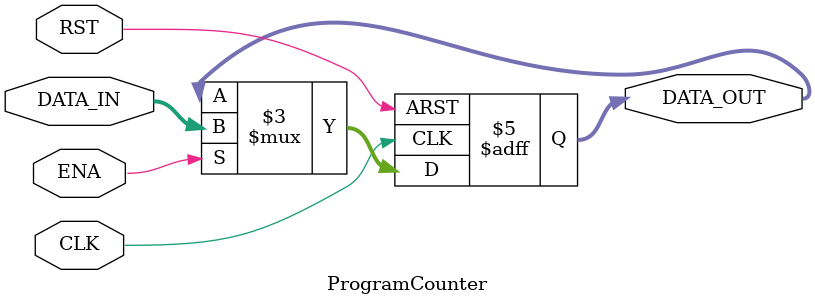
<source format=v>
`timescale 1ns / 1ps
module ProgramCounter
(
    CLK, 
    RST, 
    ENA, 
    DATA_IN, 
    DATA_OUT
);
	input CLK;
	input RST;
	input ENA;
	input [31:0]DATA_IN;
	
    output [31:0] DATA_OUT;
	
    reg [31:0] DATA_OUT;

	always @(negedge CLK or posedge RST) begin
		if(RST) begin
			DATA_OUT <= 32'h00400000;
		end else begin
			if(ENA) begin
				DATA_OUT <= DATA_IN;
			end else begin
				DATA_OUT <= DATA_OUT;
			end
		end
	end
endmodule

</source>
